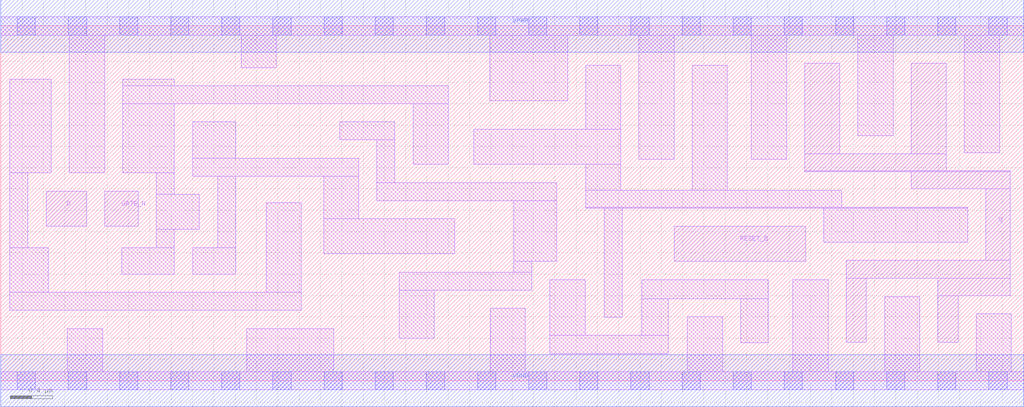
<source format=lef>
# Copyright 2020 The SkyWater PDK Authors
#
# Licensed under the Apache License, Version 2.0 (the "License");
# you may not use this file except in compliance with the License.
# You may obtain a copy of the License at
#
#     https://www.apache.org/licenses/LICENSE-2.0
#
# Unless required by applicable law or agreed to in writing, software
# distributed under the License is distributed on an "AS IS" BASIS,
# WITHOUT WARRANTIES OR CONDITIONS OF ANY KIND, either express or implied.
# See the License for the specific language governing permissions and
# limitations under the License.
#
# SPDX-License-Identifier: Apache-2.0

VERSION 5.7 ;
  NAMESCASESENSITIVE ON ;
  NOWIREEXTENSIONATPIN ON ;
  DIVIDERCHAR "/" ;
  BUSBITCHARS "[]" ;
UNITS
  DATABASE MICRONS 200 ;
END UNITS
MACRO sky130_fd_sc_ms__dlrtn_4
  CLASS CORE ;
  FOREIGN sky130_fd_sc_ms__dlrtn_4 ;
  ORIGIN  0.000000  0.000000 ;
  SIZE  9.600000 BY  3.330000 ;
  SYMMETRY X Y ;
  SITE unit ;
  PIN D
    ANTENNAGATEAREA  0.233700 ;
    DIRECTION INPUT ;
    USE SIGNAL ;
    PORT
      LAYER li1 ;
        RECT 0.425000 1.450000 0.805000 1.780000 ;
    END
  END D
  PIN Q
    ANTENNADIFFAREA  1.131200 ;
    DIRECTION OUTPUT ;
    USE SIGNAL ;
    PORT
      LAYER li1 ;
        RECT 7.545000 1.960000 9.475000 1.970000 ;
        RECT 7.545000 1.970000 8.875000 2.130000 ;
        RECT 7.545000 2.130000 7.875000 2.980000 ;
        RECT 7.935000 0.360000 8.125000 0.960000 ;
        RECT 7.935000 0.960000 9.475000 1.130000 ;
        RECT 8.545000 1.800000 9.475000 1.960000 ;
        RECT 8.545000 2.130000 8.875000 2.980000 ;
        RECT 8.795000 0.360000 8.985000 0.800000 ;
        RECT 8.795000 0.800000 9.475000 0.960000 ;
        RECT 9.245000 1.130000 9.475000 1.800000 ;
    END
  END Q
  PIN RESET_B
    ANTENNAGATEAREA  0.494400 ;
    DIRECTION INPUT ;
    USE SIGNAL ;
    PORT
      LAYER li1 ;
        RECT 6.320000 1.120000 7.555000 1.450000 ;
    END
  END RESET_B
  PIN GATE_N
    ANTENNAGATEAREA  0.262200 ;
    DIRECTION INPUT ;
    USE CLOCK ;
    PORT
      LAYER li1 ;
        RECT 0.975000 1.450000 1.290000 1.780000 ;
    END
  END GATE_N
  PIN VGND
    DIRECTION INOUT ;
    USE GROUND ;
    PORT
      LAYER met1 ;
        RECT 0.000000 -0.245000 9.600000 0.245000 ;
    END
  END VGND
  PIN VPWR
    DIRECTION INOUT ;
    USE POWER ;
    PORT
      LAYER met1 ;
        RECT 0.000000 3.085000 9.600000 3.575000 ;
    END
  END VPWR
  OBS
    LAYER li1 ;
      RECT 0.000000 -0.085000 9.600000 0.085000 ;
      RECT 0.000000  3.245000 9.600000 3.415000 ;
      RECT 0.085000  0.660000 2.820000 0.830000 ;
      RECT 0.085000  0.830000 0.445000 1.250000 ;
      RECT 0.085000  1.250000 0.255000 1.950000 ;
      RECT 0.085000  1.950000 0.475000 2.830000 ;
      RECT 0.625000  0.085000 0.955000 0.490000 ;
      RECT 0.645000  1.950000 0.975000 3.245000 ;
      RECT 1.135000  1.000000 1.630000 1.250000 ;
      RECT 1.145000  1.950000 1.630000 2.600000 ;
      RECT 1.145000  2.600000 4.200000 2.770000 ;
      RECT 1.145000  2.770000 1.630000 2.830000 ;
      RECT 1.460000  1.250000 1.630000 1.420000 ;
      RECT 1.460000  1.420000 1.865000 1.750000 ;
      RECT 1.460000  1.750000 1.630000 1.950000 ;
      RECT 1.800000  1.000000 2.205000 1.250000 ;
      RECT 1.800000  1.920000 3.360000 2.090000 ;
      RECT 1.800000  2.090000 2.205000 2.430000 ;
      RECT 2.035000  1.250000 2.205000 1.920000 ;
      RECT 2.255000  2.940000 2.585000 3.245000 ;
      RECT 2.310000  0.085000 3.125000 0.490000 ;
      RECT 2.490000  0.830000 2.820000 1.670000 ;
      RECT 3.030000  1.190000 4.260000 1.520000 ;
      RECT 3.030000  1.520000 3.360000 1.920000 ;
      RECT 3.180000  2.260000 3.700000 2.430000 ;
      RECT 3.530000  1.690000 5.220000 1.860000 ;
      RECT 3.530000  1.860000 3.700000 2.260000 ;
      RECT 3.740000  0.400000 4.070000 0.850000 ;
      RECT 3.740000  0.850000 4.985000 1.020000 ;
      RECT 3.870000  2.030000 4.200000 2.600000 ;
      RECT 4.440000  2.030000 5.820000 2.360000 ;
      RECT 4.590000  2.630000 5.320000 3.245000 ;
      RECT 4.595000  0.085000 4.925000 0.680000 ;
      RECT 4.815000  1.020000 4.985000 1.120000 ;
      RECT 4.815000  1.120000 5.220000 1.690000 ;
      RECT 5.155000  0.255000 6.265000 0.425000 ;
      RECT 5.155000  0.425000 5.485000 0.950000 ;
      RECT 5.490000  1.620000 9.075000 1.630000 ;
      RECT 5.490000  1.630000 7.895000 1.790000 ;
      RECT 5.490000  1.790000 5.820000 2.030000 ;
      RECT 5.490000  2.360000 5.820000 2.960000 ;
      RECT 5.665000  0.595000 5.835000 1.620000 ;
      RECT 5.990000  2.080000 6.320000 3.245000 ;
      RECT 6.015000  0.425000 6.265000 0.770000 ;
      RECT 6.015000  0.770000 7.205000 0.950000 ;
      RECT 6.445000  0.085000 6.775000 0.600000 ;
      RECT 6.490000  1.790000 6.820000 2.960000 ;
      RECT 6.945000  0.355000 7.205000 0.770000 ;
      RECT 7.045000  2.080000 7.375000 3.245000 ;
      RECT 7.435000  0.085000 7.765000 0.950000 ;
      RECT 7.725000  1.300000 9.075000 1.620000 ;
      RECT 8.045000  2.300000 8.375000 3.245000 ;
      RECT 8.295000  0.085000 8.625000 0.790000 ;
      RECT 9.045000  2.140000 9.375000 3.245000 ;
      RECT 9.155000  0.085000 9.485000 0.630000 ;
    LAYER mcon ;
      RECT 0.155000 -0.085000 0.325000 0.085000 ;
      RECT 0.155000  3.245000 0.325000 3.415000 ;
      RECT 0.635000 -0.085000 0.805000 0.085000 ;
      RECT 0.635000  3.245000 0.805000 3.415000 ;
      RECT 1.115000 -0.085000 1.285000 0.085000 ;
      RECT 1.115000  3.245000 1.285000 3.415000 ;
      RECT 1.595000 -0.085000 1.765000 0.085000 ;
      RECT 1.595000  3.245000 1.765000 3.415000 ;
      RECT 2.075000 -0.085000 2.245000 0.085000 ;
      RECT 2.075000  3.245000 2.245000 3.415000 ;
      RECT 2.555000 -0.085000 2.725000 0.085000 ;
      RECT 2.555000  3.245000 2.725000 3.415000 ;
      RECT 3.035000 -0.085000 3.205000 0.085000 ;
      RECT 3.035000  3.245000 3.205000 3.415000 ;
      RECT 3.515000 -0.085000 3.685000 0.085000 ;
      RECT 3.515000  3.245000 3.685000 3.415000 ;
      RECT 3.995000 -0.085000 4.165000 0.085000 ;
      RECT 3.995000  3.245000 4.165000 3.415000 ;
      RECT 4.475000 -0.085000 4.645000 0.085000 ;
      RECT 4.475000  3.245000 4.645000 3.415000 ;
      RECT 4.955000 -0.085000 5.125000 0.085000 ;
      RECT 4.955000  3.245000 5.125000 3.415000 ;
      RECT 5.435000 -0.085000 5.605000 0.085000 ;
      RECT 5.435000  3.245000 5.605000 3.415000 ;
      RECT 5.915000 -0.085000 6.085000 0.085000 ;
      RECT 5.915000  3.245000 6.085000 3.415000 ;
      RECT 6.395000 -0.085000 6.565000 0.085000 ;
      RECT 6.395000  3.245000 6.565000 3.415000 ;
      RECT 6.875000 -0.085000 7.045000 0.085000 ;
      RECT 6.875000  3.245000 7.045000 3.415000 ;
      RECT 7.355000 -0.085000 7.525000 0.085000 ;
      RECT 7.355000  3.245000 7.525000 3.415000 ;
      RECT 7.835000 -0.085000 8.005000 0.085000 ;
      RECT 7.835000  3.245000 8.005000 3.415000 ;
      RECT 8.315000 -0.085000 8.485000 0.085000 ;
      RECT 8.315000  3.245000 8.485000 3.415000 ;
      RECT 8.795000 -0.085000 8.965000 0.085000 ;
      RECT 8.795000  3.245000 8.965000 3.415000 ;
      RECT 9.275000 -0.085000 9.445000 0.085000 ;
      RECT 9.275000  3.245000 9.445000 3.415000 ;
  END
END sky130_fd_sc_ms__dlrtn_4
END LIBRARY

</source>
